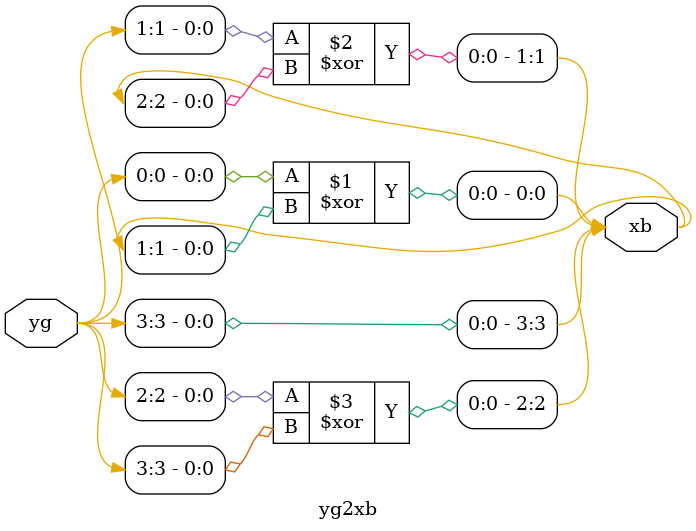
<source format=v>
module yg2xb(input [3:0] yg, output [3:0] xb);
	assign xb[0] = yg[0] ^ xb[1];
	assign xb[1] = yg[1] ^ xb[2];
	assign xb[2] = yg[2] ^ xb[3];
	assign xb[3] = yg[3];
endmodule
</source>
